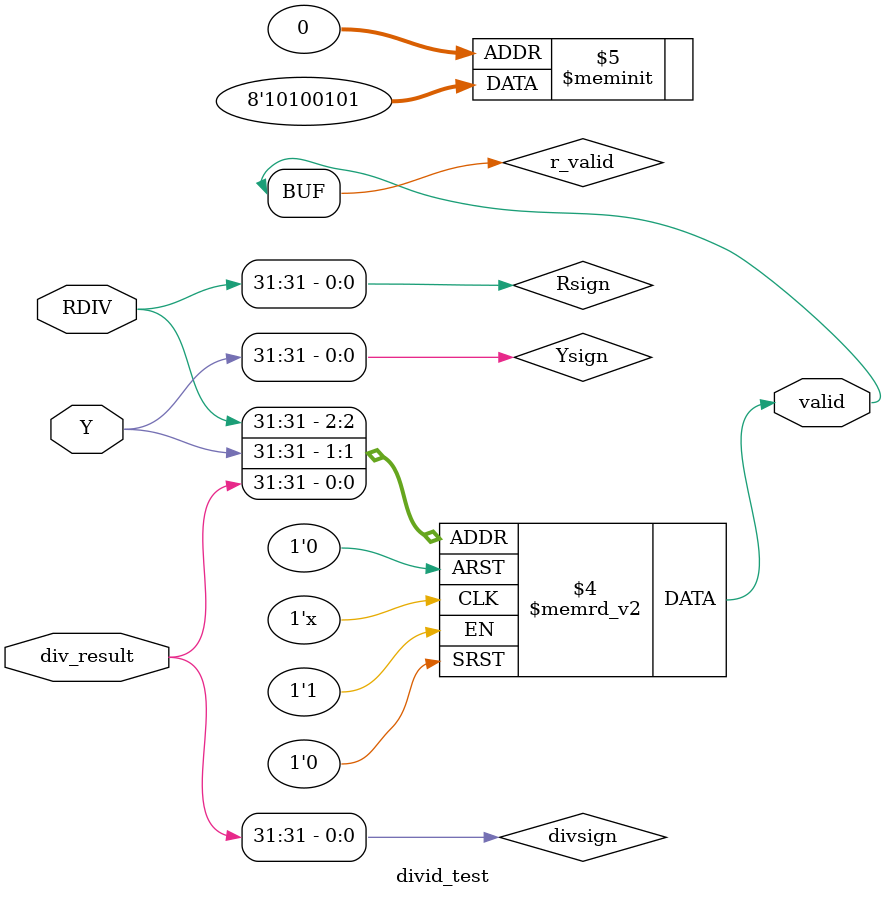
<source format=v>
`timescale 1ns / 1ps


module div_32b(
    output  [31:0] Q,          //ÉÌ
    output  [31:0] R,          //ÓàÊý
    output out_valid,        //³ý·¨ÔËËã½áÊøÊ±£¬Êä³öÎª1
    output in_error,         //±»³ýÊý»ò³ýÊýÎª0Ê±£¬Êä³öÎª1
    input clk,               //Ê±ÖÓ 
    input rst,             //¸´Î»ÐÅºÅ
    input [31:0] X,           //±»³ýÊý
    input [31:0] Y,           //³ýÊý
    input in_valid          //ÊäÈëÎª1Ê±£¬±íÊ¾Êý¾Ý¾ÍÐ÷£¬¿ªÊ¼³ý·¨ÔËËã
);

    reg [5:0] cn;               //¼ÆÊýÆ÷
    reg [63:0] RDIV;            //ÖÐ¼ä±»³ýÊý
    reg [31:0] TempQ;           //ÉÌ
    reg temp_out_valid;         //Êä³öÓÐÐ§ÐÅºÅ
    wire [31:0] diff_result;    //²îÖµ
    wire cout;
    wire flag;
    assign in_error = ((X == 0) || (Y == 0)); //Ô¤´¦Àí£¬³ýÊýºÍ±»³ýÊýÒì³£¼ì²â±¨´í
    assign out_valid = in_error; //Èç¹û¼ì²âÒì³££¬Ôò½áÊøÔËËã

    // cn ÊÇ¼ÆÊýÆ÷£¬ÓÃÓÚ¼ÆËãÉÌµÄÎ»Êý
    always @(posedge clk or negedge rst) begin
        if (!rst) cn <= 0;
        else if (in_valid) cn <= 32;
        else if (cn != 0) cn <= cn - 1;
    end

    // adder32 ÊÇ32 Î»¼Ó·¨Æ÷Ä£¿éµÄÊµÀý»¯£¬²Î¼ûÊµÑé 3 µÄÉè¼Æ
    Adder32 my_adder(.f(diff_result),.cout(cout),.x(RDIV[63:32]),.y(Y),.sub(1'b1)); //¼õ·¨£¬µ±cout=0 Ê±£¬±íÊ¾ÓÐ½èÎ»¡£
    divid_test test(.RDIV(RDIV[63:32]),.Y(Y),.div_result(diff_result),.valid(flag));

    // ³ý·¨ÔËËã
    always @(posedge clk or  negedge rst) begin
        if (!rst) RDIV = 0;  //¸´Î»Ê±£¬ÖÐ¼ä±»³ýÊýÇåÁã
        else if (in_valid) begin 
            RDIV <= {X[31] ? 32'b1 : 32'b0, X};  //°Ñ±»³ýÊý¸³Öµ¸øÖÐ¼ä±»³ýÊý,ÔÚÕâÀïÒª½øÐÐ·ûºÅÀ©Õ¹
            TempQ <= 32'b0;   //°ÑÉÌÇåÁã
            temp_out_valid <= 1'b0; //°ÑÊä³öÓÐÐ§ÐÅºÅÇåÁã
        end
        else if ((cn >= 0)&&(!out_valid)) begin
            if(flag) begin //ÅÐ¶ÏÊÇ·ñÓÐ½èÎ»£¬flag=1£¬±íÊ¾¹»¼õ£¬Ã»ÓÐ½èÎ»
                RDIV[63:32] <= diff_result[31:0]; //°Ñ²îÖµ¸³Öµµ½ÖÐ¼ä±»³ýÊýµÄ¸ß 32 Î»
                TempQ[cn] <= 1'b1; //ÉÌÔÚ¸ÃÎ»ÖÃ 1
            end
            if(cn>0) 
                RDIV=RDIV <<1;  //ÖÐ¼ä±»³ýÊý×óÒÆ 1 Î»
            else 
                temp_out_valid <=1'b1;  //Êä³öÓÐÐ§ÐÅºÅ
        end
    end

    // Êä³ö
    assign out_valid = temp_out_valid;
    assign Q = TempQ;
    assign R = RDIV[63:32];


endmodule


module divid_test (
    input [31:0] RDIV,
    input [31:0] Y,
    input [31:0] div_result,
    output valid
);
    wire Rsign;
    wire Ysign;
    wire divsign;
    reg r_valid;
    assign Rsign = RDIV[31];
    assign Ysign = Y[31];
    assign divsign = div_result[31];
    assign valid = r_valid;

    always @(*) begin
        case ({Rsign, Ysign, divsign}) 
            3'b000: r_valid = 1;
            3'b001: r_valid = 0;
            3'b010: r_valid = 1;
            3'b011: r_valid = 0;
            3'b100: r_valid = 0;
            3'b101: r_valid = 1;
            3'b110: r_valid = 0;
            3'b111: r_valid = 1;
        endcase
    end

endmodule
</source>
